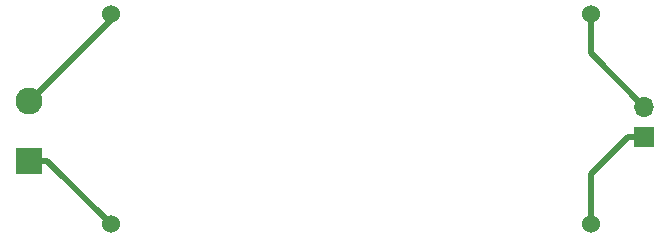
<source format=gbr>
G04 #@! TF.GenerationSoftware,KiCad,Pcbnew,(5.1.2)-2*
G04 #@! TF.CreationDate,2019-11-02T22:07:32-05:00*
G04 #@! TF.ProjectId,PowerBreakout,506f7765-7242-4726-9561-6b6f75742e6b,rev?*
G04 #@! TF.SameCoordinates,Original*
G04 #@! TF.FileFunction,Copper,L1,Top*
G04 #@! TF.FilePolarity,Positive*
%FSLAX46Y46*%
G04 Gerber Fmt 4.6, Leading zero omitted, Abs format (unit mm)*
G04 Created by KiCad (PCBNEW (5.1.2)-2) date 2019-11-02 22:07:32*
%MOMM*%
%LPD*%
G04 APERTURE LIST*
%ADD10C,1.524000*%
%ADD11R,1.700000X1.700000*%
%ADD12O,1.700000X1.700000*%
%ADD13R,2.286000X2.286000*%
%ADD14C,2.286000*%
%ADD15C,0.508000*%
G04 APERTURE END LIST*
D10*
X166684001Y-80070001D03*
X166684001Y-62290001D03*
X126044001Y-80070001D03*
X126044001Y-62290001D03*
D11*
X171196000Y-72644000D03*
D12*
X171196000Y-70104000D03*
D13*
X119126000Y-74676000D03*
D14*
X119126000Y-69596000D03*
D15*
X120650000Y-74676000D02*
X126044001Y-80070001D01*
X119126000Y-74676000D02*
X120650000Y-74676000D01*
X126044001Y-62757999D02*
X126044001Y-62290001D01*
X119126000Y-69676000D02*
X126044001Y-62757999D01*
X169838000Y-72644000D02*
X171196000Y-72644000D01*
X166684001Y-75797999D02*
X169838000Y-72644000D01*
X166684001Y-80070001D02*
X166684001Y-75797999D01*
X166684001Y-65592001D02*
X166684001Y-62290001D01*
X171196000Y-70104000D02*
X166684001Y-65592001D01*
M02*

</source>
